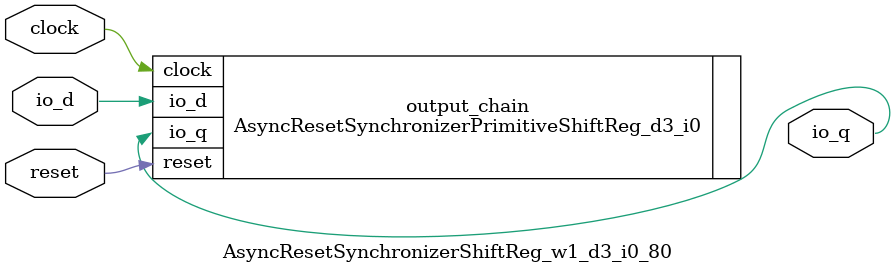
<source format=sv>
`ifndef RANDOMIZE
  `ifdef RANDOMIZE_MEM_INIT
    `define RANDOMIZE
  `endif // RANDOMIZE_MEM_INIT
`endif // not def RANDOMIZE
`ifndef RANDOMIZE
  `ifdef RANDOMIZE_REG_INIT
    `define RANDOMIZE
  `endif // RANDOMIZE_REG_INIT
`endif // not def RANDOMIZE

`ifndef RANDOM
  `define RANDOM $random
`endif // not def RANDOM

// Users can define INIT_RANDOM as general code that gets injected into the
// initializer block for modules with registers.
`ifndef INIT_RANDOM
  `define INIT_RANDOM
`endif // not def INIT_RANDOM

// If using random initialization, you can also define RANDOMIZE_DELAY to
// customize the delay used, otherwise 0.002 is used.
`ifndef RANDOMIZE_DELAY
  `define RANDOMIZE_DELAY 0.002
`endif // not def RANDOMIZE_DELAY

// Define INIT_RANDOM_PROLOG_ for use in our modules below.
`ifndef INIT_RANDOM_PROLOG_
  `ifdef RANDOMIZE
    `ifdef VERILATOR
      `define INIT_RANDOM_PROLOG_ `INIT_RANDOM
    `else  // VERILATOR
      `define INIT_RANDOM_PROLOG_ `INIT_RANDOM #`RANDOMIZE_DELAY begin end
    `endif // VERILATOR
  `else  // RANDOMIZE
    `define INIT_RANDOM_PROLOG_
  `endif // RANDOMIZE
`endif // not def INIT_RANDOM_PROLOG_

// Include register initializers in init blocks unless synthesis is set
`ifndef SYNTHESIS
  `ifndef ENABLE_INITIAL_REG_
    `define ENABLE_INITIAL_REG_
  `endif // not def ENABLE_INITIAL_REG_
`endif // not def SYNTHESIS

// Include rmemory initializers in init blocks unless synthesis is set
`ifndef SYNTHESIS
  `ifndef ENABLE_INITIAL_MEM_
    `define ENABLE_INITIAL_MEM_
  `endif // not def ENABLE_INITIAL_MEM_
`endif // not def SYNTHESIS

// Standard header to adapt well known macros for prints and assertions.

// Users can define 'PRINTF_COND' to add an extra gate to prints.
`ifndef PRINTF_COND_
  `ifdef PRINTF_COND
    `define PRINTF_COND_ (`PRINTF_COND)
  `else  // PRINTF_COND
    `define PRINTF_COND_ 1
  `endif // PRINTF_COND
`endif // not def PRINTF_COND_

// Users can define 'ASSERT_VERBOSE_COND' to add an extra gate to assert error printing.
`ifndef ASSERT_VERBOSE_COND_
  `ifdef ASSERT_VERBOSE_COND
    `define ASSERT_VERBOSE_COND_ (`ASSERT_VERBOSE_COND)
  `else  // ASSERT_VERBOSE_COND
    `define ASSERT_VERBOSE_COND_ 1
  `endif // ASSERT_VERBOSE_COND
`endif // not def ASSERT_VERBOSE_COND_

// Users can define 'STOP_COND' to add an extra gate to stop conditions.
`ifndef STOP_COND_
  `ifdef STOP_COND
    `define STOP_COND_ (`STOP_COND)
  `else  // STOP_COND
    `define STOP_COND_ 1
  `endif // STOP_COND
`endif // not def STOP_COND_

module AsyncResetSynchronizerShiftReg_w1_d3_i0_80(
  input  clock,
         reset,
         io_d,	// @[generators/rocket-chip/src/main/scala/util/ShiftReg.scala:36:14]
  output io_q	// @[generators/rocket-chip/src/main/scala/util/ShiftReg.scala:36:14]
);

  AsyncResetSynchronizerPrimitiveShiftReg_d3_i0 output_chain (	// @[generators/rocket-chip/src/main/scala/util/ShiftReg.scala:45:23]
    .clock (clock),
    .reset (reset),
    .io_d  (io_d),
    .io_q  (io_q)
  );
endmodule


</source>
